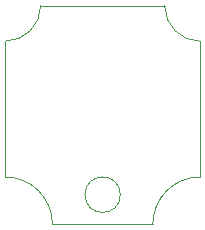
<source format=gm1>
G04 #@! TF.GenerationSoftware,KiCad,Pcbnew,8.0.2*
G04 #@! TF.CreationDate,2024-10-03T22:03:37+02:00*
G04 #@! TF.ProjectId,skrhade_single_pcb,736b7268-6164-4655-9f73-696e676c655f,rev?*
G04 #@! TF.SameCoordinates,Original*
G04 #@! TF.FileFunction,Profile,NP*
%FSLAX46Y46*%
G04 Gerber Fmt 4.6, Leading zero omitted, Abs format (unit mm)*
G04 Created by KiCad (PCBNEW 8.0.2) date 2024-10-03 22:03:37*
%MOMM*%
%LPD*%
G01*
G04 APERTURE LIST*
G04 #@! TA.AperFunction,Profile*
%ADD10C,0.050000*%
G04 #@! TD*
G04 APERTURE END LIST*
D10*
X93250000Y-116000000D02*
G75*
G02*
X90250000Y-116000000I-1500000J0D01*
G01*
X90250000Y-116000000D02*
G75*
G02*
X93250000Y-116000000I1500000J0D01*
G01*
X87500000Y-118500000D02*
X96000000Y-118500000D01*
X83500000Y-114500000D02*
G75*
G02*
X87500000Y-118500000I0J-4000000D01*
G01*
X100000000Y-103000000D02*
G75*
G02*
X97000000Y-100000000I0J3000000D01*
G01*
X86500000Y-100000000D02*
G75*
G02*
X83500000Y-103000000I-3000000J0D01*
G01*
X100000000Y-103000000D02*
X100000000Y-114500000D01*
X86500000Y-100000000D02*
X97000000Y-100000000D01*
X83500000Y-114500000D02*
X83500000Y-103000000D01*
X96000000Y-118500000D02*
G75*
G02*
X100000000Y-114500000I4000000J0D01*
G01*
M02*

</source>
